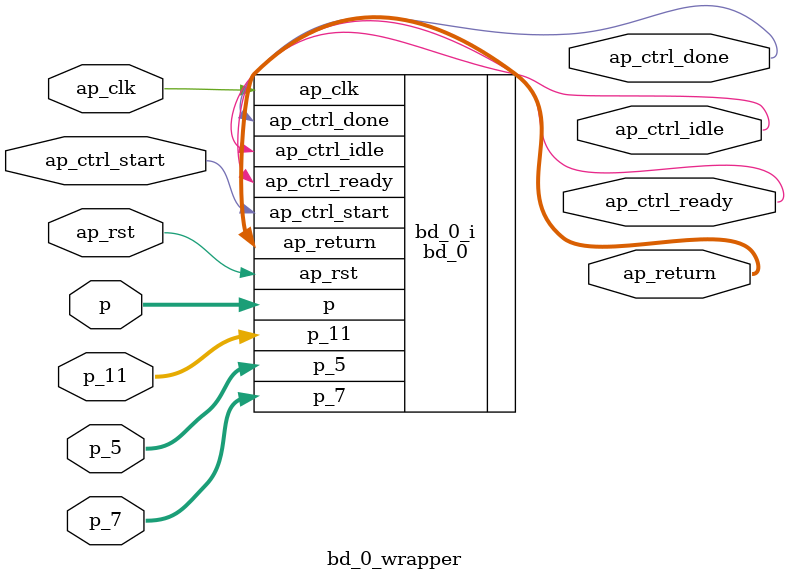
<source format=v>
`timescale 1 ps / 1 ps

module bd_0_wrapper
   (ap_clk,
    ap_ctrl_done,
    ap_ctrl_idle,
    ap_ctrl_ready,
    ap_ctrl_start,
    ap_return,
    ap_rst,
    p,
    p_11,
    p_5,
    p_7);
  input ap_clk;
  output ap_ctrl_done;
  output ap_ctrl_idle;
  output ap_ctrl_ready;
  input ap_ctrl_start;
  output [31:0]ap_return;
  input ap_rst;
  input [63:0]p;
  input [31:0]p_11;
  input [63:0]p_5;
  input [31:0]p_7;

  wire ap_clk;
  wire ap_ctrl_done;
  wire ap_ctrl_idle;
  wire ap_ctrl_ready;
  wire ap_ctrl_start;
  wire [31:0]ap_return;
  wire ap_rst;
  wire [63:0]p;
  wire [31:0]p_11;
  wire [63:0]p_5;
  wire [31:0]p_7;

  bd_0 bd_0_i
       (.ap_clk(ap_clk),
        .ap_ctrl_done(ap_ctrl_done),
        .ap_ctrl_idle(ap_ctrl_idle),
        .ap_ctrl_ready(ap_ctrl_ready),
        .ap_ctrl_start(ap_ctrl_start),
        .ap_return(ap_return),
        .ap_rst(ap_rst),
        .p(p),
        .p_11(p_11),
        .p_5(p_5),
        .p_7(p_7));
endmodule

</source>
